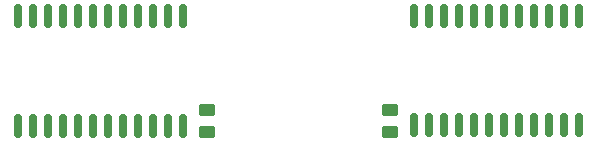
<source format=gbr>
%TF.GenerationSoftware,KiCad,Pcbnew,(6.0.9)*%
%TF.CreationDate,2023-07-18T19:51:57+10:00*%
%TF.ProjectId,VisorPlate2.0,5669736f-7250-46c6-9174-65322e302e6b,rev?*%
%TF.SameCoordinates,Original*%
%TF.FileFunction,Paste,Bot*%
%TF.FilePolarity,Positive*%
%FSLAX46Y46*%
G04 Gerber Fmt 4.6, Leading zero omitted, Abs format (unit mm)*
G04 Created by KiCad (PCBNEW (6.0.9)) date 2023-07-18 19:51:57*
%MOMM*%
%LPD*%
G01*
G04 APERTURE LIST*
G04 Aperture macros list*
%AMRoundRect*
0 Rectangle with rounded corners*
0 $1 Rounding radius*
0 $2 $3 $4 $5 $6 $7 $8 $9 X,Y pos of 4 corners*
0 Add a 4 corners polygon primitive as box body*
4,1,4,$2,$3,$4,$5,$6,$7,$8,$9,$2,$3,0*
0 Add four circle primitives for the rounded corners*
1,1,$1+$1,$2,$3*
1,1,$1+$1,$4,$5*
1,1,$1+$1,$6,$7*
1,1,$1+$1,$8,$9*
0 Add four rect primitives between the rounded corners*
20,1,$1+$1,$2,$3,$4,$5,0*
20,1,$1+$1,$4,$5,$6,$7,0*
20,1,$1+$1,$6,$7,$8,$9,0*
20,1,$1+$1,$8,$9,$2,$3,0*%
G04 Aperture macros list end*
%ADD10RoundRect,0.150000X-0.150000X0.875000X-0.150000X-0.875000X0.150000X-0.875000X0.150000X0.875000X0*%
%ADD11RoundRect,0.250000X0.450000X-0.262500X0.450000X0.262500X-0.450000X0.262500X-0.450000X-0.262500X0*%
G04 APERTURE END LIST*
D10*
%TO.C,U1*%
X109265000Y-101350000D03*
X110535000Y-101350000D03*
X111805000Y-101350000D03*
X113075000Y-101350000D03*
X114345000Y-101350000D03*
X115615000Y-101350000D03*
X116885000Y-101350000D03*
X118155000Y-101350000D03*
X119425000Y-101350000D03*
X120695000Y-101350000D03*
X121965000Y-101350000D03*
X123235000Y-101350000D03*
X123235000Y-110650000D03*
X121965000Y-110650000D03*
X120695000Y-110650000D03*
X119425000Y-110650000D03*
X118155000Y-110650000D03*
X116885000Y-110650000D03*
X115615000Y-110650000D03*
X114345000Y-110650000D03*
X113075000Y-110650000D03*
X111805000Y-110650000D03*
X110535000Y-110650000D03*
X109265000Y-110650000D03*
%TD*%
%TO.C,U3*%
X142815000Y-101340000D03*
X144085000Y-101340000D03*
X145355000Y-101340000D03*
X146625000Y-101340000D03*
X147895000Y-101340000D03*
X149165000Y-101340000D03*
X150435000Y-101340000D03*
X151705000Y-101340000D03*
X152975000Y-101340000D03*
X154245000Y-101340000D03*
X155515000Y-101340000D03*
X156785000Y-101340000D03*
X156785000Y-110640000D03*
X155515000Y-110640000D03*
X154245000Y-110640000D03*
X152975000Y-110640000D03*
X151705000Y-110640000D03*
X150435000Y-110640000D03*
X149165000Y-110640000D03*
X147895000Y-110640000D03*
X146625000Y-110640000D03*
X145355000Y-110640000D03*
X144085000Y-110640000D03*
X142815000Y-110640000D03*
%TD*%
D11*
%TO.C,R2*%
X140750000Y-111162500D03*
X140750000Y-109337500D03*
%TD*%
%TO.C,R1*%
X125250000Y-111162500D03*
X125250000Y-109337500D03*
%TD*%
M02*

</source>
